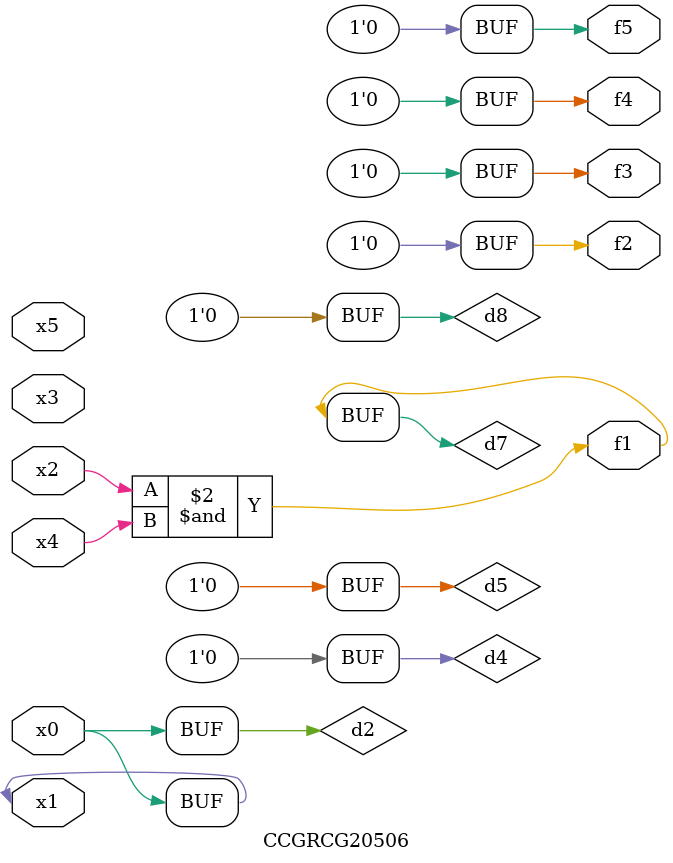
<source format=v>
module CCGRCG20506(
	input x0, x1, x2, x3, x4, x5,
	output f1, f2, f3, f4, f5
);

	wire d1, d2, d3, d4, d5, d6, d7, d8, d9;

	nand (d1, x1);
	buf (d2, x0, x1);
	nand (d3, x2, x4);
	and (d4, d1, d2);
	and (d5, d1, d2);
	nand (d6, d1, d3);
	not (d7, d3);
	xor (d8, d5);
	nor (d9, d5, d6);
	assign f1 = d7;
	assign f2 = d8;
	assign f3 = d8;
	assign f4 = d8;
	assign f5 = d8;
endmodule

</source>
